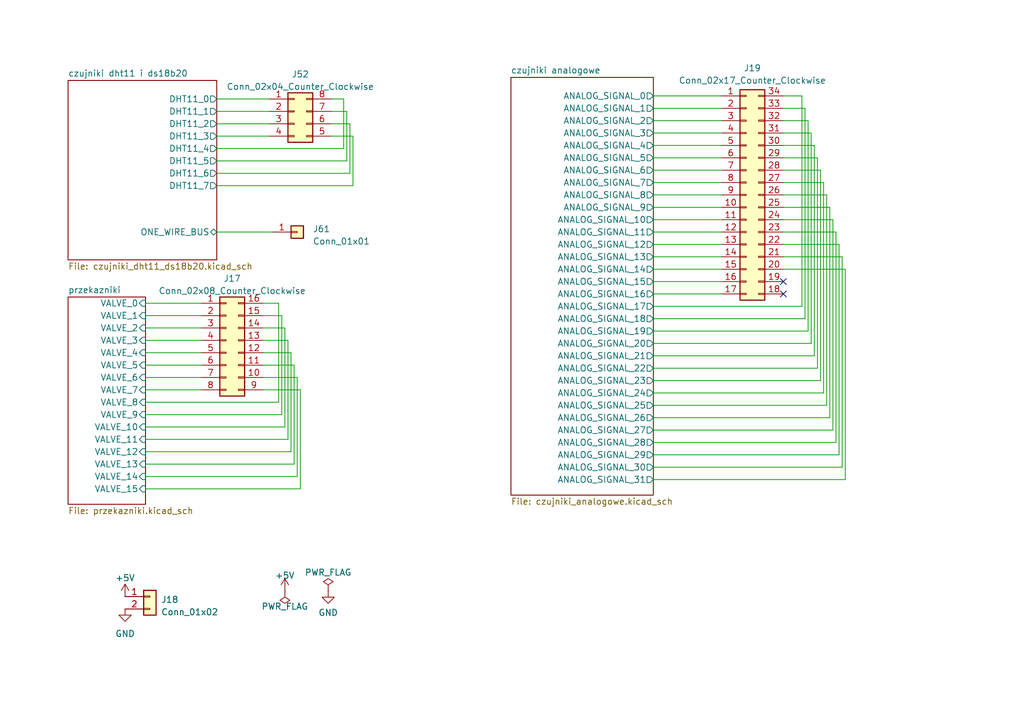
<source format=kicad_sch>
(kicad_sch (version 20230121) (generator eeschema)
  (paper "A5")
  (lib_symbols
    (symbol "Connector_Generic:Conn_01x01" (pin_names (offset 1.016) hide)
      (property "Reference" "J" (at 0 2.54 0))
      (property "Value" "Conn_01x01" (at 0 -2.54 0))
      (symbol "Conn_01x01_1_1"
        (rectangle (start -1.27 0.127) (end 0 -0.127) (stroke (width 0.1524)))
        (rectangle (start -1.27 1.27) (end 1.27 -1.27) (stroke (width 0.254)) (fill (type background)))
        (pin passive line (at -5.08 0 0) (length 3.81) (name "Pin_1") (number "1"))
      )
    )
    (symbol "Connector_Generic:Conn_01x02" (pin_names (offset 1.016) hide)
      (property "Reference" "J" (at 0 2.54 0))
      (property "Value" "Conn_01x02" (at 0 -5.08 0))
      (symbol "Conn_01x02_1_1"
        (rectangle (start -1.27 -2.413) (end 0 -2.667) (stroke (width 0.1524)))
        (rectangle (start -1.27 0.127) (end 0 -0.127) (stroke (width 0.1524)))
        (rectangle (start -1.27 1.27) (end 1.27 -3.81) (stroke (width 0.254)) (fill (type background)))
        (pin passive line (at -5.08 0 0) (length 3.81) (name "Pin_1") (number "1"))
        (pin passive line (at -5.08 -2.54 0) (length 3.81) (name "Pin_2") (number "2"))
      )
    )
    (symbol "Connector_Generic:Conn_02x04_Counter_Clockwise" (pin_names (offset 1.016) hide)
      (property "Reference" "J" (at 1.27 5.08 0))
      (property "Value" "Conn_02x04_Counter_Clockwise" (at 1.27 -7.62 0))
      (symbol "Conn_02x04_Counter_Clockwise_1_1"
        (rectangle (start -1.27 -4.953) (end 0 -5.207) (stroke (width 0.1524)))
        (rectangle (start -1.27 -2.413) (end 0 -2.667) (stroke (width 0.1524)))
        (rectangle (start -1.27 0.127) (end 0 -0.127) (stroke (width 0.1524)))
        (rectangle (start -1.27 2.667) (end 0 2.413) (stroke (width 0.1524)))
        (rectangle (start -1.27 3.81) (end 3.81 -6.35) (stroke (width 0.254)) (fill (type background)))
        (rectangle (start 3.81 -4.953) (end 2.54 -5.207) (stroke (width 0.1524)))
        (rectangle (start 3.81 -2.413) (end 2.54 -2.667) (stroke (width 0.1524)))
        (rectangle (start 3.81 0.127) (end 2.54 -0.127) (stroke (width 0.1524)))
        (rectangle (start 3.81 2.667) (end 2.54 2.413) (stroke (width 0.1524)))
        (pin passive line (at -5.08 2.54 0) (length 3.81) (name "Pin_1") (number "1"))
        (pin passive line (at -5.08 0 0) (length 3.81) (name "Pin_2") (number "2"))
        (pin passive line (at -5.08 -2.54 0) (length 3.81) (name "Pin_3") (number "3"))
        (pin passive line (at -5.08 -5.08 0) (length 3.81) (name "Pin_4") (number "4"))
        (pin passive line (at 7.62 -5.08 180) (length 3.81) (name "Pin_5") (number "5"))
        (pin passive line (at 7.62 -2.54 180) (length 3.81) (name "Pin_6") (number "6"))
        (pin passive line (at 7.62 0 180) (length 3.81) (name "Pin_7") (number "7"))
        (pin passive line (at 7.62 2.54 180) (length 3.81) (name "Pin_8") (number "8"))
      )
    )
    (symbol "Connector_Generic:Conn_02x08_Counter_Clockwise" (pin_names (offset 1.016) hide)
      (property "Reference" "J" (at 1.27 10.16 0))
      (property "Value" "Conn_02x08_Counter_Clockwise" (at 1.27 -12.7 0))
      (symbol "Conn_02x08_Counter_Clockwise_1_1"
        (rectangle (start -1.27 -10.033) (end 0 -10.287) (stroke (width 0.1524)))
        (rectangle (start -1.27 -7.493) (end 0 -7.747) (stroke (width 0.1524)))
        (rectangle (start -1.27 -4.953) (end 0 -5.207) (stroke (width 0.1524)))
        (rectangle (start -1.27 -2.413) (end 0 -2.667) (stroke (width 0.1524)))
        (rectangle (start -1.27 0.127) (end 0 -0.127) (stroke (width 0.1524)))
        (rectangle (start -1.27 2.667) (end 0 2.413) (stroke (width 0.1524)))
        (rectangle (start -1.27 5.207) (end 0 4.953) (stroke (width 0.1524)))
        (rectangle (start -1.27 7.747) (end 0 7.493) (stroke (width 0.1524)))
        (rectangle (start -1.27 8.89) (end 3.81 -11.43) (stroke (width 0.254)) (fill (type background)))
        (rectangle (start 3.81 -10.033) (end 2.54 -10.287) (stroke (width 0.1524)))
        (rectangle (start 3.81 -7.493) (end 2.54 -7.747) (stroke (width 0.1524)))
        (rectangle (start 3.81 -4.953) (end 2.54 -5.207) (stroke (width 0.1524)))
        (rectangle (start 3.81 -2.413) (end 2.54 -2.667) (stroke (width 0.1524)))
        (rectangle (start 3.81 0.127) (end 2.54 -0.127) (stroke (width 0.1524)))
        (rectangle (start 3.81 2.667) (end 2.54 2.413) (stroke (width 0.1524)))
        (rectangle (start 3.81 5.207) (end 2.54 4.953) (stroke (width 0.1524)))
        (rectangle (start 3.81 7.747) (end 2.54 7.493) (stroke (width 0.1524)))
        (pin passive line (at -5.08 7.62 0) (length 3.81) (name "Pin_1") (number "1"))
        (pin passive line (at 7.62 -7.62 180) (length 3.81) (name "Pin_10") (number "10"))
        (pin passive line (at 7.62 -5.08 180) (length 3.81) (name "Pin_11") (number "11"))
        (pin passive line (at 7.62 -2.54 180) (length 3.81) (name "Pin_12") (number "12"))
        (pin passive line (at 7.62 0 180) (length 3.81) (name "Pin_13") (number "13"))
        (pin passive line (at 7.62 2.54 180) (length 3.81) (name "Pin_14") (number "14"))
        (pin passive line (at 7.62 5.08 180) (length 3.81) (name "Pin_15") (number "15"))
        (pin passive line (at 7.62 7.62 180) (length 3.81) (name "Pin_16") (number "16"))
        (pin passive line (at -5.08 5.08 0) (length 3.81) (name "Pin_2") (number "2"))
        (pin passive line (at -5.08 2.54 0) (length 3.81) (name "Pin_3") (number "3"))
        (pin passive line (at -5.08 0 0) (length 3.81) (name "Pin_4") (number "4"))
        (pin passive line (at -5.08 -2.54 0) (length 3.81) (name "Pin_5") (number "5"))
        (pin passive line (at -5.08 -5.08 0) (length 3.81) (name "Pin_6") (number "6"))
        (pin passive line (at -5.08 -7.62 0) (length 3.81) (name "Pin_7") (number "7"))
        (pin passive line (at -5.08 -10.16 0) (length 3.81) (name "Pin_8") (number "8"))
        (pin passive line (at 7.62 -10.16 180) (length 3.81) (name "Pin_9") (number "9"))
      )
    )
    (symbol "Connector_Generic:Conn_02x17_Counter_Clockwise" (pin_names (offset 1.016) hide)
      (property "Reference" "J" (at 1.27 22.86 0))
      (property "Value" "Conn_02x17_Counter_Clockwise" (at 1.27 -22.86 0))
      (symbol "Conn_02x17_Counter_Clockwise_1_1"
        (rectangle (start -1.27 -20.193) (end 0 -20.447) (stroke (width 0.1524)))
        (rectangle (start -1.27 -17.653) (end 0 -17.907) (stroke (width 0.1524)))
        (rectangle (start -1.27 -15.113) (end 0 -15.367) (stroke (width 0.1524)))
        (rectangle (start -1.27 -12.573) (end 0 -12.827) (stroke (width 0.1524)))
        (rectangle (start -1.27 -10.033) (end 0 -10.287) (stroke (width 0.1524)))
        (rectangle (start -1.27 -7.493) (end 0 -7.747) (stroke (width 0.1524)))
        (rectangle (start -1.27 -4.953) (end 0 -5.207) (stroke (width 0.1524)))
        (rectangle (start -1.27 -2.413) (end 0 -2.667) (stroke (width 0.1524)))
        (rectangle (start -1.27 0.127) (end 0 -0.127) (stroke (width 0.1524)))
        (rectangle (start -1.27 2.667) (end 0 2.413) (stroke (width 0.1524)))
        (rectangle (start -1.27 5.207) (end 0 4.953) (stroke (width 0.1524)))
        (rectangle (start -1.27 7.747) (end 0 7.493) (stroke (width 0.1524)))
        (rectangle (start -1.27 10.287) (end 0 10.033) (stroke (width 0.1524)))
        (rectangle (start -1.27 12.827) (end 0 12.573) (stroke (width 0.1524)))
        (rectangle (start -1.27 15.367) (end 0 15.113) (stroke (width 0.1524)))
        (rectangle (start -1.27 17.907) (end 0 17.653) (stroke (width 0.1524)))
        (rectangle (start -1.27 20.447) (end 0 20.193) (stroke (width 0.1524)))
        (rectangle (start -1.27 21.59) (end 3.81 -21.59) (stroke (width 0.254)) (fill (type background)))
        (rectangle (start 3.81 -20.193) (end 2.54 -20.447) (stroke (width 0.1524)))
        (rectangle (start 3.81 -17.653) (end 2.54 -17.907) (stroke (width 0.1524)))
        (rectangle (start 3.81 -15.113) (end 2.54 -15.367) (stroke (width 0.1524)))
        (rectangle (start 3.81 -12.573) (end 2.54 -12.827) (stroke (width 0.1524)))
        (rectangle (start 3.81 -10.033) (end 2.54 -10.287) (stroke (width 0.1524)))
        (rectangle (start 3.81 -7.493) (end 2.54 -7.747) (stroke (width 0.1524)))
        (rectangle (start 3.81 -4.953) (end 2.54 -5.207) (stroke (width 0.1524)))
        (rectangle (start 3.81 -2.413) (end 2.54 -2.667) (stroke (width 0.1524)))
        (rectangle (start 3.81 0.127) (end 2.54 -0.127) (stroke (width 0.1524)))
        (rectangle (start 3.81 2.667) (end 2.54 2.413) (stroke (width 0.1524)))
        (rectangle (start 3.81 5.207) (end 2.54 4.953) (stroke (width 0.1524)))
        (rectangle (start 3.81 7.747) (end 2.54 7.493) (stroke (width 0.1524)))
        (rectangle (start 3.81 10.287) (end 2.54 10.033) (stroke (width 0.1524)))
        (rectangle (start 3.81 12.827) (end 2.54 12.573) (stroke (width 0.1524)))
        (rectangle (start 3.81 15.367) (end 2.54 15.113) (stroke (width 0.1524)))
        (rectangle (start 3.81 17.907) (end 2.54 17.653) (stroke (width 0.1524)))
        (rectangle (start 3.81 20.447) (end 2.54 20.193) (stroke (width 0.1524)))
        (pin passive line (at -5.08 20.32 0) (length 3.81) (name "Pin_1") (number "1"))
        (pin passive line (at -5.08 -2.54 0) (length 3.81) (name "Pin_10") (number "10"))
        (pin passive line (at -5.08 -5.08 0) (length 3.81) (name "Pin_11") (number "11"))
        (pin passive line (at -5.08 -7.62 0) (length 3.81) (name "Pin_12") (number "12"))
        (pin passive line (at -5.08 -10.16 0) (length 3.81) (name "Pin_13") (number "13"))
        (pin passive line (at -5.08 -12.7 0) (length 3.81) (name "Pin_14") (number "14"))
        (pin passive line (at -5.08 -15.24 0) (length 3.81) (name "Pin_15") (number "15"))
        (pin passive line (at -5.08 -17.78 0) (length 3.81) (name "Pin_16") (number "16"))
        (pin passive line (at -5.08 -20.32 0) (length 3.81) (name "Pin_17") (number "17"))
        (pin passive line (at 7.62 -20.32 180) (length 3.81) (name "Pin_18") (number "18"))
        (pin passive line (at 7.62 -17.78 180) (length 3.81) (name "Pin_19") (number "19"))
        (pin passive line (at -5.08 17.78 0) (length 3.81) (name "Pin_2") (number "2"))
        (pin passive line (at 7.62 -15.24 180) (length 3.81) (name "Pin_20") (number "20"))
        (pin passive line (at 7.62 -12.7 180) (length 3.81) (name "Pin_21") (number "21"))
        (pin passive line (at 7.62 -10.16 180) (length 3.81) (name "Pin_22") (number "22"))
        (pin passive line (at 7.62 -7.62 180) (length 3.81) (name "Pin_23") (number "23"))
        (pin passive line (at 7.62 -5.08 180) (length 3.81) (name "Pin_24") (number "24"))
        (pin passive line (at 7.62 -2.54 180) (length 3.81) (name "Pin_25") (number "25"))
        (pin passive line (at 7.62 0 180) (length 3.81) (name "Pin_26") (number "26"))
        (pin passive line (at 7.62 2.54 180) (length 3.81) (name "Pin_27") (number "27"))
        (pin passive line (at 7.62 5.08 180) (length 3.81) (name "Pin_28") (number "28"))
        (pin passive line (at 7.62 7.62 180) (length 3.81) (name "Pin_29") (number "29"))
        (pin passive line (at -5.08 15.24 0) (length 3.81) (name "Pin_3") (number "3"))
        (pin passive line (at 7.62 10.16 180) (length 3.81) (name "Pin_30") (number "30"))
        (pin passive line (at 7.62 12.7 180) (length 3.81) (name "Pin_31") (number "31"))
        (pin passive line (at 7.62 15.24 180) (length 3.81) (name "Pin_32") (number "32"))
        (pin passive line (at 7.62 17.78 180) (length 3.81) (name "Pin_33") (number "33"))
        (pin passive line (at 7.62 20.32 180) (length 3.81) (name "Pin_34") (number "34"))
        (pin passive line (at -5.08 12.7 0) (length 3.81) (name "Pin_4") (number "4"))
        (pin passive line (at -5.08 10.16 0) (length 3.81) (name "Pin_5") (number "5"))
        (pin passive line (at -5.08 7.62 0) (length 3.81) (name "Pin_6") (number "6"))
        (pin passive line (at -5.08 5.08 0) (length 3.81) (name "Pin_7") (number "7"))
        (pin passive line (at -5.08 2.54 0) (length 3.81) (name "Pin_8") (number "8"))
        (pin passive line (at -5.08 0 0) (length 3.81) (name "Pin_9") (number "9"))
      )
    )
    (symbol "power:+5V" (power) (pin_names (offset 0))
      (property "Value" "+5V" (at 0 3.556 0))
      (symbol "+5V_0_1"
        (polyline (pts (xy -0.762 1.27) (xy 0 2.54)))
        (polyline (pts (xy 0 0) (xy 0 2.54)))
        (polyline (pts (xy 0 2.54) (xy 0.762 1.27)))
      )
      (symbol "+5V_1_1"
        (pin power_in line (at 0 0 90) (length 0) hide (name "+5V") (number "1"))
      )
    )
    (symbol "power:GND" (power) (pin_names (offset 0))
      (property "Value" "GND" (at 0 -3.81 0))
      (symbol "GND_0_1"
        (polyline (pts (xy 0 0) (xy 0 -1.27) (xy 1.27 -1.27) (xy 0 -2.54) (xy -1.27 -1.27) (xy 0 -1.27)))
      )
      (symbol "GND_1_1"
        (pin power_in line (at 0 0 270) (length 0) hide (name "GND") (number "1"))
      )
    )
    (symbol "power:PWR_FLAG" (power) (pin_numbers hide) (pin_names (offset 0) hide)
      (property "Value" "PWR_FLAG" (at 0 3.81 0))
      (symbol "PWR_FLAG_0_0"
        (pin power_out line (at 0 0 90) (length 0) (name "pwr") (number "1"))
      )
      (symbol "PWR_FLAG_0_1"
        (polyline (pts (xy 0 0) (xy 0 1.27) (xy -1.016 1.905) (xy 0 2.54) (xy 1.016 1.905) (xy 0 1.27)))
      )
    )
  )
  (no_connect (at 160.655 57.785))
  (no_connect (at 160.655 60.325))
  (wire (pts (xy 171.45 90.805) (xy 133.985 90.805)))
  (wire (pts (xy 160.655 19.685) (xy 164.465 19.685)))
  (wire (pts (xy 133.985 24.765) (xy 147.955 24.765)))
  (wire (pts (xy 41.275 67.31) (xy 29.845 67.31)))
  (wire (pts (xy 133.985 37.465) (xy 147.955 37.465)))
  (wire (pts (xy 133.985 50.165) (xy 147.955 50.165)))
  (wire (pts (xy 61.595 100.33) (xy 61.595 80.01)))
  (wire (pts (xy 168.275 78.105) (xy 168.275 34.925)))
  (wire (pts (xy 133.985 19.685) (xy 147.955 19.685)))
  (wire (pts (xy 44.45 35.56) (xy 71.755 35.56)))
  (wire (pts (xy 41.275 62.23) (xy 29.845 62.23)))
  (wire (pts (xy 172.72 95.885) (xy 133.985 95.885)))
  (wire (pts (xy 160.655 22.225) (xy 165.1 22.225)))
  (wire (pts (xy 133.985 32.385) (xy 147.955 32.385)))
  (wire (pts (xy 169.545 83.185) (xy 133.985 83.185)))
  (wire (pts (xy 41.275 74.93) (xy 29.845 74.93)))
  (wire (pts (xy 165.1 65.405) (xy 133.985 65.405)))
  (wire (pts (xy 172.085 93.345) (xy 172.085 50.165)))
  (wire (pts (xy 160.655 40.005) (xy 169.545 40.005)))
  (wire (pts (xy 70.485 30.48) (xy 70.485 20.32)))
  (wire (pts (xy 173.355 98.425) (xy 173.355 55.245)))
  (wire (pts (xy 167.64 32.385) (xy 167.64 75.565)))
  (wire (pts (xy 165.735 24.765) (xy 160.655 24.765)))
  (wire (pts (xy 133.985 80.645) (xy 168.91 80.645)))
  (wire (pts (xy 133.985 98.425) (xy 173.355 98.425)))
  (wire (pts (xy 60.325 74.93) (xy 53.975 74.93)))
  (wire (pts (xy 170.18 85.725) (xy 170.18 42.545)))
  (wire (pts (xy 29.845 82.55) (xy 57.15 82.55)))
  (wire (pts (xy 41.275 69.85) (xy 29.845 69.85)))
  (wire (pts (xy 53.975 62.23) (xy 57.15 62.23)))
  (wire (pts (xy 168.275 34.925) (xy 160.655 34.925)))
  (wire (pts (xy 169.545 40.005) (xy 169.545 83.185)))
  (wire (pts (xy 53.975 72.39) (xy 59.69 72.39)))
  (wire (pts (xy 44.45 22.86) (xy 55.245 22.86)))
  (wire (pts (xy 133.985 52.705) (xy 147.955 52.705)))
  (wire (pts (xy 41.275 64.77) (xy 29.845 64.77)))
  (wire (pts (xy 44.45 30.48) (xy 70.485 30.48)))
  (wire (pts (xy 59.055 90.17) (xy 59.055 69.85)))
  (wire (pts (xy 168.91 37.465) (xy 160.655 37.465)))
  (wire (pts (xy 170.815 45.085) (xy 170.815 88.265)))
  (wire (pts (xy 59.69 72.39) (xy 59.69 92.71)))
  (wire (pts (xy 53.975 77.47) (xy 60.96 77.47)))
  (wire (pts (xy 41.275 80.01) (xy 29.845 80.01)))
  (wire (pts (xy 172.085 50.165) (xy 160.655 50.165)))
  (wire (pts (xy 60.96 77.47) (xy 60.96 97.79)))
  (wire (pts (xy 167.005 73.025) (xy 167.005 29.845)))
  (wire (pts (xy 133.985 55.245) (xy 147.955 55.245)))
  (wire (pts (xy 67.945 25.4) (xy 71.755 25.4)))
  (wire (pts (xy 133.985 47.625) (xy 147.955 47.625)))
  (wire (pts (xy 133.985 67.945) (xy 165.735 67.945)))
  (wire (pts (xy 133.985 60.325) (xy 147.955 60.325)))
  (wire (pts (xy 160.655 52.705) (xy 172.72 52.705)))
  (wire (pts (xy 57.785 64.77) (xy 53.975 64.77)))
  (wire (pts (xy 57.785 85.09) (xy 57.785 64.77)))
  (wire (pts (xy 29.845 97.79) (xy 60.96 97.79)))
  (wire (pts (xy 44.45 33.02) (xy 71.12 33.02)))
  (wire (pts (xy 61.595 80.01) (xy 53.975 80.01)))
  (wire (pts (xy 29.845 87.63) (xy 58.42 87.63)))
  (wire (pts (xy 71.12 22.86) (xy 67.945 22.86)))
  (wire (pts (xy 160.655 27.305) (xy 166.37 27.305)))
  (wire (pts (xy 172.72 52.705) (xy 172.72 95.885)))
  (wire (pts (xy 170.18 42.545) (xy 160.655 42.545)))
  (wire (pts (xy 53.975 67.31) (xy 58.42 67.31)))
  (wire (pts (xy 71.755 25.4) (xy 71.755 35.56)))
  (wire (pts (xy 44.45 20.32) (xy 55.245 20.32)))
  (wire (pts (xy 44.45 47.625) (xy 55.88 47.625)))
  (wire (pts (xy 133.985 29.845) (xy 147.955 29.845)))
  (wire (pts (xy 165.1 22.225) (xy 165.1 65.405)))
  (wire (pts (xy 133.985 57.785) (xy 147.955 57.785)))
  (wire (pts (xy 133.985 73.025) (xy 167.005 73.025)))
  (wire (pts (xy 29.845 85.09) (xy 57.785 85.09)))
  (wire (pts (xy 59.055 69.85) (xy 53.975 69.85)))
  (wire (pts (xy 167.005 29.845) (xy 160.655 29.845)))
  (wire (pts (xy 72.39 27.94) (xy 67.945 27.94)))
  (wire (pts (xy 29.845 100.33) (xy 61.595 100.33)))
  (wire (pts (xy 171.45 47.625) (xy 171.45 90.805)))
  (wire (pts (xy 167.64 75.565) (xy 133.985 75.565)))
  (wire (pts (xy 29.845 92.71) (xy 59.69 92.71)))
  (wire (pts (xy 160.655 45.085) (xy 170.815 45.085)))
  (wire (pts (xy 166.37 70.485) (xy 133.985 70.485)))
  (wire (pts (xy 164.465 19.685) (xy 164.465 62.865)))
  (wire (pts (xy 44.45 38.1) (xy 72.39 38.1)))
  (wire (pts (xy 71.12 33.02) (xy 71.12 22.86)))
  (wire (pts (xy 133.985 22.225) (xy 147.955 22.225)))
  (wire (pts (xy 173.355 55.245) (xy 160.655 55.245)))
  (wire (pts (xy 133.985 45.085) (xy 147.955 45.085)))
  (wire (pts (xy 29.845 90.17) (xy 59.055 90.17)))
  (wire (pts (xy 72.39 38.1) (xy 72.39 27.94)))
  (wire (pts (xy 41.275 77.47) (xy 29.845 77.47)))
  (wire (pts (xy 29.845 95.25) (xy 60.325 95.25)))
  (wire (pts (xy 44.45 27.94) (xy 55.245 27.94)))
  (wire (pts (xy 165.735 67.945) (xy 165.735 24.765)))
  (wire (pts (xy 41.275 72.39) (xy 29.845 72.39)))
  (wire (pts (xy 164.465 62.865) (xy 133.985 62.865)))
  (wire (pts (xy 133.985 78.105) (xy 168.275 78.105)))
  (wire (pts (xy 133.985 27.305) (xy 147.955 27.305)))
  (wire (pts (xy 44.45 25.4) (xy 55.245 25.4)))
  (wire (pts (xy 168.91 80.645) (xy 168.91 37.465)))
  (wire (pts (xy 133.985 34.925) (xy 147.955 34.925)))
  (wire (pts (xy 57.15 62.23) (xy 57.15 82.55)))
  (wire (pts (xy 133.985 40.005) (xy 147.955 40.005)))
  (wire (pts (xy 160.655 47.625) (xy 171.45 47.625)))
  (wire (pts (xy 166.37 27.305) (xy 166.37 70.485)))
  (wire (pts (xy 170.815 88.265) (xy 133.985 88.265)))
  (wire (pts (xy 133.985 93.345) (xy 172.085 93.345)))
  (wire (pts (xy 70.485 20.32) (xy 67.945 20.32)))
  (wire (pts (xy 60.325 95.25) (xy 60.325 74.93)))
  (wire (pts (xy 160.655 32.385) (xy 167.64 32.385)))
  (wire (pts (xy 133.985 42.545) (xy 147.955 42.545)))
  (wire (pts (xy 58.42 67.31) (xy 58.42 87.63)))
  (wire (pts (xy 133.985 85.725) (xy 170.18 85.725)))
  (symbol (lib_id "power:+5V") (at 58.42 121.285 0) (unit 1)
    (property "Reference" "#PWR036" (effects hide))
    (property "Value" "+5V" (at 58.42 118.11 0))
  )
  (symbol (lib_id "power:+5V") (at 25.654 122.428 0) (unit 1)
    (property "Reference" "#PWR033" (effects hide))
    (property "Value" "+5V" (at 25.654 118.618 0))
  )
  (symbol (lib_id "Connector_Generic:Conn_01x01") (at 60.96 47.625 0) (unit 1)
    (property "Reference" "J61" (at 64.135 46.99 0) (effects (justify left)))
    (property "Value" "Conn_01x01" (at 64.135 49.53 0) (effects (justify left)))
  )
  (symbol (lib_id "Connector_Generic:Conn_01x02") (at 30.734 122.428 0) (unit 1)
    (property "Reference" "J18" (at 33.02 123.063 0) (effects (justify left)))
    (property "Value" "Conn_01x02" (at 33.02 125.603 0) (effects (justify left)))
  )
  (symbol (lib_id "power:GND") (at 67.31 121.285 0) (unit 1)
    (property "Reference" "#PWR035" (effects hide))
    (property "Value" "GND" (at 67.31 125.73 0))
  )
  (symbol (lib_id "Connector_Generic:Conn_02x17_Counter_Clockwise") (at 153.035 40.005 0) (unit 1)
    (property "Reference" "J19" (at 154.305 13.97 0))
    (property "Value" "Conn_02x17_Counter_Clockwise" (at 154.305 16.51 0))
    (property "Footprint" "Connector_IDC:IDC-Header_2x15_P2.54mm_Horizontal" (effects hide))
  )
  (symbol (lib_id "power:PWR_FLAG") (at 67.31 121.285 0) (unit 1)
    (property "Reference" "#FLG0101" (effects hide))
    (property "Value" "PWR_FLAG" (at 67.31 117.475 0))
  )
  (symbol (lib_id "Connector_Generic:Conn_02x08_Counter_Clockwise") (at 46.355 69.85 0) (unit 1)
    (property "Reference" "J17" (at 47.625 57.15 0))
    (property "Value" "Conn_02x08_Counter_Clockwise" (at 47.625 59.69 0))
  )
  (symbol (lib_id "power:PWR_FLAG") (at 58.42 121.285 0) (mirror x) (unit 1)
    (property "Reference" "#FLG01" (effects hide))
    (property "Value" "PWR_FLAG" (at 58.42 124.46 0))
  )
  (symbol (lib_id "Connector_Generic:Conn_02x04_Counter_Clockwise") (at 60.325 22.86 0) (unit 1)
    (property "Reference" "J52" (at 61.595 15.24 0))
    (property "Value" "Conn_02x04_Counter_Clockwise" (at 61.595 17.78 0))
  )
  (symbol (lib_id "power:GND") (at 25.654 124.968 0) (unit 1)
    (property "Reference" "#PWR034" (effects hide))
    (property "Value" "GND" (at 25.654 130.048 0))
  )
  (sheet (at 104.775 15.875) (size 29.21 85.725) (stroke (width 0.1524))
    (property "Sheetname" "czujniki analogowe" (at 104.775 15.1634 0) (effects (justify left bottom)))
    (property "Sheetfile" "czujniki_analogowe.kicad_sch" (at 104.775 102.1846 0) (effects (justify left top)))
    (pin "ANALOG_SIGNAL_0" output (at 133.985 19.685 0))
    (pin "ANALOG_SIGNAL_1" output (at 133.985 22.225 0))
    (pin "ANALOG_SIGNAL_2" output (at 133.985 24.765 0))
    (pin "ANALOG_SIGNAL_3" output (at 133.985 27.305 0))
    (pin "ANALOG_SIGNAL_4" output (at 133.985 29.845 0))
    (pin "ANALOG_SIGNAL_5" output (at 133.985 32.385 0))
    (pin "ANALOG_SIGNAL_6" output (at 133.985 34.925 0))
    (pin "ANALOG_SIGNAL_7" output (at 133.985 37.465 0))
    (pin "ANALOG_SIGNAL_8" output (at 133.985 40.005 0))
    (pin "ANALOG_SIGNAL_9" output (at 133.985 42.545 0))
    (pin "ANALOG_SIGNAL_10" output (at 133.985 45.085 0))
    (pin "ANALOG_SIGNAL_11" output (at 133.985 47.625 0))
    (pin "ANALOG_SIGNAL_12" output (at 133.985 50.165 0))
    (pin "ANALOG_SIGNAL_13" output (at 133.985 52.705 0))
    (pin "ANALOG_SIGNAL_14" output (at 133.985 55.245 0))
    (pin "ANALOG_SIGNAL_15" output (at 133.985 57.785 0))
    (pin "ANALOG_SIGNAL_16" output (at 133.985 60.325 0))
    (pin "ANALOG_SIGNAL_17" output (at 133.985 62.865 0))
    (pin "ANALOG_SIGNAL_18" output (at 133.985 65.405 0))
    (pin "ANALOG_SIGNAL_19" output (at 133.985 67.945 0))
    (pin "ANALOG_SIGNAL_20" output (at 133.985 70.485 0))
    (pin "ANALOG_SIGNAL_21" output (at 133.985 73.025 0))
    (pin "ANALOG_SIGNAL_22" output (at 133.985 75.565 0))
    (pin "ANALOG_SIGNAL_23" output (at 133.985 78.105 0))
    (pin "ANALOG_SIGNAL_24" output (at 133.985 80.645 0))
    (pin "ANALOG_SIGNAL_25" output (at 133.985 83.185 0))
    (pin "ANALOG_SIGNAL_26" output (at 133.985 85.725 0))
    (pin "ANALOG_SIGNAL_27" output (at 133.985 88.265 0))
    (pin "ANALOG_SIGNAL_28" output (at 133.985 90.805 0))
    (pin "ANALOG_SIGNAL_29" output (at 133.985 93.345 0))
    (pin "ANALOG_SIGNAL_30" output (at 133.985 95.885 0))
    (pin "ANALOG_SIGNAL_31" output (at 133.985 98.425 0))
  )
  (sheet (at 13.97 60.96) (size 15.875 42.545) (stroke (width 0.1524))
    (property "Sheetname" "przekazniki" (at 13.97 60.2484 0) (effects (justify left bottom)))
    (property "Sheetfile" "przekazniki.kicad_sch" (at 13.97 104.0896 0) (effects (justify left top)))
    (pin "VALVE_3" input (at 29.845 69.85 0))
    (pin "VALVE_0" input (at 29.845 62.23 0))
    (pin "VALVE_2" input (at 29.845 67.31 0))
    (pin "VALVE_1" input (at 29.845 64.77 0))
    (pin "VALVE_9" input (at 29.845 85.09 0))
    (pin "VALVE_4" input (at 29.845 72.39 0))
    (pin "VALVE_7" input (at 29.845 80.01 0))
    (pin "VALVE_8" input (at 29.845 82.55 0))
    (pin "VALVE_12" input (at 29.845 92.71 0))
    (pin "VALVE_13" input (at 29.845 95.25 0))
    (pin "VALVE_14" input (at 29.845 97.79 0))
    (pin "VALVE_6" input (at 29.845 77.47 0))
    (pin "VALVE_11" input (at 29.845 90.17 0))
    (pin "VALVE_5" input (at 29.845 74.93 0))
    (pin "VALVE_10" input (at 29.845 87.63 0))
    (pin "VALVE_15" input (at 29.845 100.33 0))
  )
  (sheet (at 13.97 16.51) (size 30.48 36.83) (stroke (width 0.1524))
    (property "Sheetname" "czujniki dht11 i ds18b20" (at 13.97 15.7984 0) (effects (justify left bottom)))
    (property "Sheetfile" "czujniki_dht11_ds18b20.kicad_sch" (at 13.97 53.9246 0) (effects (justify left top)))
    (pin "DHT11_3" output (at 44.45 27.94 0))
    (pin "DHT11_4" output (at 44.45 30.48 0))
    (pin "DHT11_0" output (at 44.45 20.32 0))
    (pin "DHT11_2" output (at 44.45 25.4 0))
    (pin "DHT11_1" output (at 44.45 22.86 0))
    (pin "DHT11_7" output (at 44.45 38.1 0))
    (pin "DHT11_6" output (at 44.45 35.56 0))
    (pin "DHT11_5" output (at 44.45 33.02 0))
    (pin "ONE_WIRE_BUS" bidirectional (at 44.45 47.625 0))
  )
)
</source>
